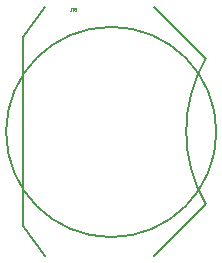
<source format=gbo>
G04 #@! TF.GenerationSoftware,KiCad,Pcbnew,(5.1.5-0-10_14)*
G04 #@! TF.CreationDate,2020-08-04T13:19:53-04:00*
G04 #@! TF.ProjectId,shio,7368696f-2e6b-4696-9361-645f70636258,rev?*
G04 #@! TF.SameCoordinates,Original*
G04 #@! TF.FileFunction,Legend,Bot*
G04 #@! TF.FilePolarity,Positive*
%FSLAX46Y46*%
G04 Gerber Fmt 4.6, Leading zero omitted, Abs format (unit mm)*
G04 Created by KiCad (PCBNEW (5.1.5-0-10_14)) date 2020-08-04 13:19:53*
%MOMM*%
%LPD*%
G04 APERTURE LIST*
%ADD10C,0.127000*%
%ADD11C,0.050000*%
G04 APERTURE END LIST*
D10*
X157999999Y-106100000D02*
G75*
G02X158000000Y-93800000I10652113J6150000D01*
G01*
X153600000Y-110500000D02*
X158000000Y-106100000D01*
X153600000Y-89400000D02*
X158000000Y-93800000D01*
X142500000Y-108000000D02*
X144400000Y-110500000D01*
X144400000Y-89400000D02*
X142500000Y-92000000D01*
X142500000Y-92000000D02*
X142500000Y-108000000D01*
X158900000Y-100000000D02*
G75*
G03X158900000Y-100000000I-8900000J0D01*
G01*
D11*
X146917142Y-89615714D02*
X146888571Y-89625238D01*
X146879047Y-89634761D01*
X146869523Y-89653809D01*
X146869523Y-89682380D01*
X146879047Y-89701428D01*
X146888571Y-89710952D01*
X146907619Y-89720476D01*
X146983809Y-89720476D01*
X146983809Y-89520476D01*
X146917142Y-89520476D01*
X146898095Y-89530000D01*
X146888571Y-89539523D01*
X146879047Y-89558571D01*
X146879047Y-89577619D01*
X146888571Y-89596666D01*
X146898095Y-89606190D01*
X146917142Y-89615714D01*
X146983809Y-89615714D01*
X146812380Y-89520476D02*
X146698095Y-89520476D01*
X146755238Y-89720476D02*
X146755238Y-89520476D01*
X146526666Y-89720476D02*
X146640952Y-89720476D01*
X146583809Y-89720476D02*
X146583809Y-89520476D01*
X146602857Y-89549047D01*
X146621904Y-89568095D01*
X146640952Y-89577619D01*
M02*

</source>
